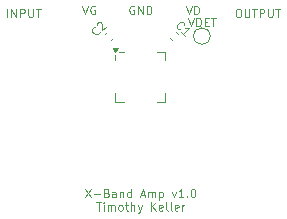
<source format=gbr>
%TF.GenerationSoftware,KiCad,Pcbnew,8.0.0*%
%TF.CreationDate,2024-06-16T14:01:43-04:00*%
%TF.ProjectId,X-Band Amplifier,582d4261-6e64-4204-916d-706c69666965,v1.0*%
%TF.SameCoordinates,Original*%
%TF.FileFunction,Legend,Top*%
%TF.FilePolarity,Positive*%
%FSLAX46Y46*%
G04 Gerber Fmt 4.6, Leading zero omitted, Abs format (unit mm)*
G04 Created by KiCad (PCBNEW 8.0.0) date 2024-06-16 14:01:43*
%MOMM*%
%LPD*%
G01*
G04 APERTURE LIST*
%ADD10C,0.100000*%
%ADD11C,0.080000*%
%ADD12C,0.087500*%
%ADD13C,0.120000*%
G04 APERTURE END LIST*
D10*
X147922668Y-57756133D02*
X148056001Y-57756133D01*
X148056001Y-57756133D02*
X148122668Y-57789466D01*
X148122668Y-57789466D02*
X148189334Y-57856133D01*
X148189334Y-57856133D02*
X148222668Y-57989466D01*
X148222668Y-57989466D02*
X148222668Y-58222800D01*
X148222668Y-58222800D02*
X148189334Y-58356133D01*
X148189334Y-58356133D02*
X148122668Y-58422800D01*
X148122668Y-58422800D02*
X148056001Y-58456133D01*
X148056001Y-58456133D02*
X147922668Y-58456133D01*
X147922668Y-58456133D02*
X147856001Y-58422800D01*
X147856001Y-58422800D02*
X147789334Y-58356133D01*
X147789334Y-58356133D02*
X147756001Y-58222800D01*
X147756001Y-58222800D02*
X147756001Y-57989466D01*
X147756001Y-57989466D02*
X147789334Y-57856133D01*
X147789334Y-57856133D02*
X147856001Y-57789466D01*
X147856001Y-57789466D02*
X147922668Y-57756133D01*
X148522667Y-57756133D02*
X148522667Y-58322800D01*
X148522667Y-58322800D02*
X148556001Y-58389466D01*
X148556001Y-58389466D02*
X148589334Y-58422800D01*
X148589334Y-58422800D02*
X148656001Y-58456133D01*
X148656001Y-58456133D02*
X148789334Y-58456133D01*
X148789334Y-58456133D02*
X148856001Y-58422800D01*
X148856001Y-58422800D02*
X148889334Y-58389466D01*
X148889334Y-58389466D02*
X148922667Y-58322800D01*
X148922667Y-58322800D02*
X148922667Y-57756133D01*
X149156000Y-57756133D02*
X149556000Y-57756133D01*
X149356000Y-58456133D02*
X149356000Y-57756133D01*
X149789333Y-58456133D02*
X149789333Y-57756133D01*
X149789333Y-57756133D02*
X150056000Y-57756133D01*
X150056000Y-57756133D02*
X150122667Y-57789466D01*
X150122667Y-57789466D02*
X150156000Y-57822800D01*
X150156000Y-57822800D02*
X150189333Y-57889466D01*
X150189333Y-57889466D02*
X150189333Y-57989466D01*
X150189333Y-57989466D02*
X150156000Y-58056133D01*
X150156000Y-58056133D02*
X150122667Y-58089466D01*
X150122667Y-58089466D02*
X150056000Y-58122800D01*
X150056000Y-58122800D02*
X149789333Y-58122800D01*
X150489333Y-57756133D02*
X150489333Y-58322800D01*
X150489333Y-58322800D02*
X150522667Y-58389466D01*
X150522667Y-58389466D02*
X150556000Y-58422800D01*
X150556000Y-58422800D02*
X150622667Y-58456133D01*
X150622667Y-58456133D02*
X150756000Y-58456133D01*
X150756000Y-58456133D02*
X150822667Y-58422800D01*
X150822667Y-58422800D02*
X150856000Y-58389466D01*
X150856000Y-58389466D02*
X150889333Y-58322800D01*
X150889333Y-58322800D02*
X150889333Y-57756133D01*
X151122666Y-57756133D02*
X151522666Y-57756133D01*
X151322666Y-58456133D02*
X151322666Y-57756133D01*
X128444000Y-58456133D02*
X128444000Y-57756133D01*
X128777333Y-58456133D02*
X128777333Y-57756133D01*
X128777333Y-57756133D02*
X129177333Y-58456133D01*
X129177333Y-58456133D02*
X129177333Y-57756133D01*
X129510666Y-58456133D02*
X129510666Y-57756133D01*
X129510666Y-57756133D02*
X129777333Y-57756133D01*
X129777333Y-57756133D02*
X129844000Y-57789466D01*
X129844000Y-57789466D02*
X129877333Y-57822800D01*
X129877333Y-57822800D02*
X129910666Y-57889466D01*
X129910666Y-57889466D02*
X129910666Y-57989466D01*
X129910666Y-57989466D02*
X129877333Y-58056133D01*
X129877333Y-58056133D02*
X129844000Y-58089466D01*
X129844000Y-58089466D02*
X129777333Y-58122800D01*
X129777333Y-58122800D02*
X129510666Y-58122800D01*
X130210666Y-57756133D02*
X130210666Y-58322800D01*
X130210666Y-58322800D02*
X130244000Y-58389466D01*
X130244000Y-58389466D02*
X130277333Y-58422800D01*
X130277333Y-58422800D02*
X130344000Y-58456133D01*
X130344000Y-58456133D02*
X130477333Y-58456133D01*
X130477333Y-58456133D02*
X130544000Y-58422800D01*
X130544000Y-58422800D02*
X130577333Y-58389466D01*
X130577333Y-58389466D02*
X130610666Y-58322800D01*
X130610666Y-58322800D02*
X130610666Y-57756133D01*
X130843999Y-57756133D02*
X131243999Y-57756133D01*
X131043999Y-58456133D02*
X131043999Y-57756133D01*
X139166667Y-57535466D02*
X139100000Y-57502133D01*
X139100000Y-57502133D02*
X139000000Y-57502133D01*
X139000000Y-57502133D02*
X138900000Y-57535466D01*
X138900000Y-57535466D02*
X138833334Y-57602133D01*
X138833334Y-57602133D02*
X138800000Y-57668800D01*
X138800000Y-57668800D02*
X138766667Y-57802133D01*
X138766667Y-57802133D02*
X138766667Y-57902133D01*
X138766667Y-57902133D02*
X138800000Y-58035466D01*
X138800000Y-58035466D02*
X138833334Y-58102133D01*
X138833334Y-58102133D02*
X138900000Y-58168800D01*
X138900000Y-58168800D02*
X139000000Y-58202133D01*
X139000000Y-58202133D02*
X139066667Y-58202133D01*
X139066667Y-58202133D02*
X139166667Y-58168800D01*
X139166667Y-58168800D02*
X139200000Y-58135466D01*
X139200000Y-58135466D02*
X139200000Y-57902133D01*
X139200000Y-57902133D02*
X139066667Y-57902133D01*
X139500000Y-58202133D02*
X139500000Y-57502133D01*
X139500000Y-57502133D02*
X139900000Y-58202133D01*
X139900000Y-58202133D02*
X139900000Y-57502133D01*
X140233333Y-58202133D02*
X140233333Y-57502133D01*
X140233333Y-57502133D02*
X140400000Y-57502133D01*
X140400000Y-57502133D02*
X140500000Y-57535466D01*
X140500000Y-57535466D02*
X140566667Y-57602133D01*
X140566667Y-57602133D02*
X140600000Y-57668800D01*
X140600000Y-57668800D02*
X140633333Y-57802133D01*
X140633333Y-57802133D02*
X140633333Y-57902133D01*
X140633333Y-57902133D02*
X140600000Y-58035466D01*
X140600000Y-58035466D02*
X140566667Y-58102133D01*
X140566667Y-58102133D02*
X140500000Y-58168800D01*
X140500000Y-58168800D02*
X140400000Y-58202133D01*
X140400000Y-58202133D02*
X140233333Y-58202133D01*
D11*
X135016668Y-73013212D02*
X135483334Y-73713212D01*
X135483334Y-73013212D02*
X135016668Y-73713212D01*
X135750001Y-73446545D02*
X136283335Y-73446545D01*
X136850002Y-73346545D02*
X136950002Y-73379879D01*
X136950002Y-73379879D02*
X136983335Y-73413212D01*
X136983335Y-73413212D02*
X137016668Y-73479879D01*
X137016668Y-73479879D02*
X137016668Y-73579879D01*
X137016668Y-73579879D02*
X136983335Y-73646545D01*
X136983335Y-73646545D02*
X136950002Y-73679879D01*
X136950002Y-73679879D02*
X136883335Y-73713212D01*
X136883335Y-73713212D02*
X136616668Y-73713212D01*
X136616668Y-73713212D02*
X136616668Y-73013212D01*
X136616668Y-73013212D02*
X136850002Y-73013212D01*
X136850002Y-73013212D02*
X136916668Y-73046545D01*
X136916668Y-73046545D02*
X136950002Y-73079879D01*
X136950002Y-73079879D02*
X136983335Y-73146545D01*
X136983335Y-73146545D02*
X136983335Y-73213212D01*
X136983335Y-73213212D02*
X136950002Y-73279879D01*
X136950002Y-73279879D02*
X136916668Y-73313212D01*
X136916668Y-73313212D02*
X136850002Y-73346545D01*
X136850002Y-73346545D02*
X136616668Y-73346545D01*
X137616668Y-73713212D02*
X137616668Y-73346545D01*
X137616668Y-73346545D02*
X137583335Y-73279879D01*
X137583335Y-73279879D02*
X137516668Y-73246545D01*
X137516668Y-73246545D02*
X137383335Y-73246545D01*
X137383335Y-73246545D02*
X137316668Y-73279879D01*
X137616668Y-73679879D02*
X137550002Y-73713212D01*
X137550002Y-73713212D02*
X137383335Y-73713212D01*
X137383335Y-73713212D02*
X137316668Y-73679879D01*
X137316668Y-73679879D02*
X137283335Y-73613212D01*
X137283335Y-73613212D02*
X137283335Y-73546545D01*
X137283335Y-73546545D02*
X137316668Y-73479879D01*
X137316668Y-73479879D02*
X137383335Y-73446545D01*
X137383335Y-73446545D02*
X137550002Y-73446545D01*
X137550002Y-73446545D02*
X137616668Y-73413212D01*
X137950001Y-73246545D02*
X137950001Y-73713212D01*
X137950001Y-73313212D02*
X137983335Y-73279879D01*
X137983335Y-73279879D02*
X138050001Y-73246545D01*
X138050001Y-73246545D02*
X138150001Y-73246545D01*
X138150001Y-73246545D02*
X138216668Y-73279879D01*
X138216668Y-73279879D02*
X138250001Y-73346545D01*
X138250001Y-73346545D02*
X138250001Y-73713212D01*
X138883334Y-73713212D02*
X138883334Y-73013212D01*
X138883334Y-73679879D02*
X138816668Y-73713212D01*
X138816668Y-73713212D02*
X138683334Y-73713212D01*
X138683334Y-73713212D02*
X138616668Y-73679879D01*
X138616668Y-73679879D02*
X138583334Y-73646545D01*
X138583334Y-73646545D02*
X138550001Y-73579879D01*
X138550001Y-73579879D02*
X138550001Y-73379879D01*
X138550001Y-73379879D02*
X138583334Y-73313212D01*
X138583334Y-73313212D02*
X138616668Y-73279879D01*
X138616668Y-73279879D02*
X138683334Y-73246545D01*
X138683334Y-73246545D02*
X138816668Y-73246545D01*
X138816668Y-73246545D02*
X138883334Y-73279879D01*
X139716667Y-73513212D02*
X140050000Y-73513212D01*
X139650000Y-73713212D02*
X139883334Y-73013212D01*
X139883334Y-73013212D02*
X140116667Y-73713212D01*
X140350000Y-73713212D02*
X140350000Y-73246545D01*
X140350000Y-73313212D02*
X140383334Y-73279879D01*
X140383334Y-73279879D02*
X140450000Y-73246545D01*
X140450000Y-73246545D02*
X140550000Y-73246545D01*
X140550000Y-73246545D02*
X140616667Y-73279879D01*
X140616667Y-73279879D02*
X140650000Y-73346545D01*
X140650000Y-73346545D02*
X140650000Y-73713212D01*
X140650000Y-73346545D02*
X140683334Y-73279879D01*
X140683334Y-73279879D02*
X140750000Y-73246545D01*
X140750000Y-73246545D02*
X140850000Y-73246545D01*
X140850000Y-73246545D02*
X140916667Y-73279879D01*
X140916667Y-73279879D02*
X140950000Y-73346545D01*
X140950000Y-73346545D02*
X140950000Y-73713212D01*
X141283333Y-73246545D02*
X141283333Y-73946545D01*
X141283333Y-73279879D02*
X141350000Y-73246545D01*
X141350000Y-73246545D02*
X141483333Y-73246545D01*
X141483333Y-73246545D02*
X141550000Y-73279879D01*
X141550000Y-73279879D02*
X141583333Y-73313212D01*
X141583333Y-73313212D02*
X141616667Y-73379879D01*
X141616667Y-73379879D02*
X141616667Y-73579879D01*
X141616667Y-73579879D02*
X141583333Y-73646545D01*
X141583333Y-73646545D02*
X141550000Y-73679879D01*
X141550000Y-73679879D02*
X141483333Y-73713212D01*
X141483333Y-73713212D02*
X141350000Y-73713212D01*
X141350000Y-73713212D02*
X141283333Y-73679879D01*
X142383333Y-73246545D02*
X142549999Y-73713212D01*
X142549999Y-73713212D02*
X142716666Y-73246545D01*
X143349999Y-73713212D02*
X142949999Y-73713212D01*
X143149999Y-73713212D02*
X143149999Y-73013212D01*
X143149999Y-73013212D02*
X143083332Y-73113212D01*
X143083332Y-73113212D02*
X143016666Y-73179879D01*
X143016666Y-73179879D02*
X142949999Y-73213212D01*
X143649999Y-73646545D02*
X143683333Y-73679879D01*
X143683333Y-73679879D02*
X143649999Y-73713212D01*
X143649999Y-73713212D02*
X143616666Y-73679879D01*
X143616666Y-73679879D02*
X143649999Y-73646545D01*
X143649999Y-73646545D02*
X143649999Y-73713212D01*
X144116666Y-73013212D02*
X144183332Y-73013212D01*
X144183332Y-73013212D02*
X144249999Y-73046545D01*
X144249999Y-73046545D02*
X144283332Y-73079879D01*
X144283332Y-73079879D02*
X144316666Y-73146545D01*
X144316666Y-73146545D02*
X144349999Y-73279879D01*
X144349999Y-73279879D02*
X144349999Y-73446545D01*
X144349999Y-73446545D02*
X144316666Y-73579879D01*
X144316666Y-73579879D02*
X144283332Y-73646545D01*
X144283332Y-73646545D02*
X144249999Y-73679879D01*
X144249999Y-73679879D02*
X144183332Y-73713212D01*
X144183332Y-73713212D02*
X144116666Y-73713212D01*
X144116666Y-73713212D02*
X144049999Y-73679879D01*
X144049999Y-73679879D02*
X144016666Y-73646545D01*
X144016666Y-73646545D02*
X143983332Y-73579879D01*
X143983332Y-73579879D02*
X143949999Y-73446545D01*
X143949999Y-73446545D02*
X143949999Y-73279879D01*
X143949999Y-73279879D02*
X143983332Y-73146545D01*
X143983332Y-73146545D02*
X144016666Y-73079879D01*
X144016666Y-73079879D02*
X144049999Y-73046545D01*
X144049999Y-73046545D02*
X144116666Y-73013212D01*
X135966667Y-74140173D02*
X136366667Y-74140173D01*
X136166667Y-74840173D02*
X136166667Y-74140173D01*
X136600000Y-74840173D02*
X136600000Y-74373506D01*
X136600000Y-74140173D02*
X136566667Y-74173506D01*
X136566667Y-74173506D02*
X136600000Y-74206840D01*
X136600000Y-74206840D02*
X136633334Y-74173506D01*
X136633334Y-74173506D02*
X136600000Y-74140173D01*
X136600000Y-74140173D02*
X136600000Y-74206840D01*
X136933333Y-74840173D02*
X136933333Y-74373506D01*
X136933333Y-74440173D02*
X136966667Y-74406840D01*
X136966667Y-74406840D02*
X137033333Y-74373506D01*
X137033333Y-74373506D02*
X137133333Y-74373506D01*
X137133333Y-74373506D02*
X137200000Y-74406840D01*
X137200000Y-74406840D02*
X137233333Y-74473506D01*
X137233333Y-74473506D02*
X137233333Y-74840173D01*
X137233333Y-74473506D02*
X137266667Y-74406840D01*
X137266667Y-74406840D02*
X137333333Y-74373506D01*
X137333333Y-74373506D02*
X137433333Y-74373506D01*
X137433333Y-74373506D02*
X137500000Y-74406840D01*
X137500000Y-74406840D02*
X137533333Y-74473506D01*
X137533333Y-74473506D02*
X137533333Y-74840173D01*
X137966666Y-74840173D02*
X137900000Y-74806840D01*
X137900000Y-74806840D02*
X137866666Y-74773506D01*
X137866666Y-74773506D02*
X137833333Y-74706840D01*
X137833333Y-74706840D02*
X137833333Y-74506840D01*
X137833333Y-74506840D02*
X137866666Y-74440173D01*
X137866666Y-74440173D02*
X137900000Y-74406840D01*
X137900000Y-74406840D02*
X137966666Y-74373506D01*
X137966666Y-74373506D02*
X138066666Y-74373506D01*
X138066666Y-74373506D02*
X138133333Y-74406840D01*
X138133333Y-74406840D02*
X138166666Y-74440173D01*
X138166666Y-74440173D02*
X138200000Y-74506840D01*
X138200000Y-74506840D02*
X138200000Y-74706840D01*
X138200000Y-74706840D02*
X138166666Y-74773506D01*
X138166666Y-74773506D02*
X138133333Y-74806840D01*
X138133333Y-74806840D02*
X138066666Y-74840173D01*
X138066666Y-74840173D02*
X137966666Y-74840173D01*
X138399999Y-74373506D02*
X138666666Y-74373506D01*
X138499999Y-74140173D02*
X138499999Y-74740173D01*
X138499999Y-74740173D02*
X138533333Y-74806840D01*
X138533333Y-74806840D02*
X138599999Y-74840173D01*
X138599999Y-74840173D02*
X138666666Y-74840173D01*
X138899999Y-74840173D02*
X138899999Y-74140173D01*
X139199999Y-74840173D02*
X139199999Y-74473506D01*
X139199999Y-74473506D02*
X139166666Y-74406840D01*
X139166666Y-74406840D02*
X139099999Y-74373506D01*
X139099999Y-74373506D02*
X138999999Y-74373506D01*
X138999999Y-74373506D02*
X138933333Y-74406840D01*
X138933333Y-74406840D02*
X138899999Y-74440173D01*
X139466666Y-74373506D02*
X139633332Y-74840173D01*
X139799999Y-74373506D02*
X139633332Y-74840173D01*
X139633332Y-74840173D02*
X139566666Y-75006840D01*
X139566666Y-75006840D02*
X139533332Y-75040173D01*
X139533332Y-75040173D02*
X139466666Y-75073506D01*
X140599998Y-74840173D02*
X140599998Y-74140173D01*
X140999998Y-74840173D02*
X140699998Y-74440173D01*
X140999998Y-74140173D02*
X140599998Y-74540173D01*
X141566665Y-74806840D02*
X141499998Y-74840173D01*
X141499998Y-74840173D02*
X141366665Y-74840173D01*
X141366665Y-74840173D02*
X141299998Y-74806840D01*
X141299998Y-74806840D02*
X141266665Y-74740173D01*
X141266665Y-74740173D02*
X141266665Y-74473506D01*
X141266665Y-74473506D02*
X141299998Y-74406840D01*
X141299998Y-74406840D02*
X141366665Y-74373506D01*
X141366665Y-74373506D02*
X141499998Y-74373506D01*
X141499998Y-74373506D02*
X141566665Y-74406840D01*
X141566665Y-74406840D02*
X141599998Y-74473506D01*
X141599998Y-74473506D02*
X141599998Y-74540173D01*
X141599998Y-74540173D02*
X141266665Y-74606840D01*
X141999998Y-74840173D02*
X141933332Y-74806840D01*
X141933332Y-74806840D02*
X141899998Y-74740173D01*
X141899998Y-74740173D02*
X141899998Y-74140173D01*
X142366665Y-74840173D02*
X142299999Y-74806840D01*
X142299999Y-74806840D02*
X142266665Y-74740173D01*
X142266665Y-74740173D02*
X142266665Y-74140173D01*
X142899999Y-74806840D02*
X142833332Y-74840173D01*
X142833332Y-74840173D02*
X142699999Y-74840173D01*
X142699999Y-74840173D02*
X142633332Y-74806840D01*
X142633332Y-74806840D02*
X142599999Y-74740173D01*
X142599999Y-74740173D02*
X142599999Y-74473506D01*
X142599999Y-74473506D02*
X142633332Y-74406840D01*
X142633332Y-74406840D02*
X142699999Y-74373506D01*
X142699999Y-74373506D02*
X142833332Y-74373506D01*
X142833332Y-74373506D02*
X142899999Y-74406840D01*
X142899999Y-74406840D02*
X142933332Y-74473506D01*
X142933332Y-74473506D02*
X142933332Y-74540173D01*
X142933332Y-74540173D02*
X142599999Y-74606840D01*
X143233332Y-74840173D02*
X143233332Y-74373506D01*
X143233332Y-74506840D02*
X143266666Y-74440173D01*
X143266666Y-74440173D02*
X143299999Y-74406840D01*
X143299999Y-74406840D02*
X143366666Y-74373506D01*
X143366666Y-74373506D02*
X143433332Y-74373506D01*
D10*
X143561666Y-57502133D02*
X143795000Y-58202133D01*
X143795000Y-58202133D02*
X144028333Y-57502133D01*
X144261666Y-58202133D02*
X144261666Y-57502133D01*
X144261666Y-57502133D02*
X144428333Y-57502133D01*
X144428333Y-57502133D02*
X144528333Y-57535466D01*
X144528333Y-57535466D02*
X144595000Y-57602133D01*
X144595000Y-57602133D02*
X144628333Y-57668800D01*
X144628333Y-57668800D02*
X144661666Y-57802133D01*
X144661666Y-57802133D02*
X144661666Y-57902133D01*
X144661666Y-57902133D02*
X144628333Y-58035466D01*
X144628333Y-58035466D02*
X144595000Y-58102133D01*
X144595000Y-58102133D02*
X144528333Y-58168800D01*
X144528333Y-58168800D02*
X144428333Y-58202133D01*
X144428333Y-58202133D02*
X144261666Y-58202133D01*
D12*
X143740333Y-58518783D02*
X143973667Y-59218783D01*
X143973667Y-59218783D02*
X144207000Y-58518783D01*
X144440333Y-59218783D02*
X144440333Y-58518783D01*
X144440333Y-58518783D02*
X144607000Y-58518783D01*
X144607000Y-58518783D02*
X144707000Y-58552116D01*
X144707000Y-58552116D02*
X144773667Y-58618783D01*
X144773667Y-58618783D02*
X144807000Y-58685450D01*
X144807000Y-58685450D02*
X144840333Y-58818783D01*
X144840333Y-58818783D02*
X144840333Y-58918783D01*
X144840333Y-58918783D02*
X144807000Y-59052116D01*
X144807000Y-59052116D02*
X144773667Y-59118783D01*
X144773667Y-59118783D02*
X144707000Y-59185450D01*
X144707000Y-59185450D02*
X144607000Y-59218783D01*
X144607000Y-59218783D02*
X144440333Y-59218783D01*
X145140333Y-58852116D02*
X145373667Y-58852116D01*
X145473667Y-59218783D02*
X145140333Y-59218783D01*
X145140333Y-59218783D02*
X145140333Y-58518783D01*
X145140333Y-58518783D02*
X145473667Y-58518783D01*
X145673666Y-58518783D02*
X146073666Y-58518783D01*
X145873666Y-59218783D02*
X145873666Y-58518783D01*
D10*
X134798666Y-57502133D02*
X135032000Y-58202133D01*
X135032000Y-58202133D02*
X135265333Y-57502133D01*
X135865333Y-57535466D02*
X135798666Y-57502133D01*
X135798666Y-57502133D02*
X135698666Y-57502133D01*
X135698666Y-57502133D02*
X135598666Y-57535466D01*
X135598666Y-57535466D02*
X135532000Y-57602133D01*
X135532000Y-57602133D02*
X135498666Y-57668800D01*
X135498666Y-57668800D02*
X135465333Y-57802133D01*
X135465333Y-57802133D02*
X135465333Y-57902133D01*
X135465333Y-57902133D02*
X135498666Y-58035466D01*
X135498666Y-58035466D02*
X135532000Y-58102133D01*
X135532000Y-58102133D02*
X135598666Y-58168800D01*
X135598666Y-58168800D02*
X135698666Y-58202133D01*
X135698666Y-58202133D02*
X135765333Y-58202133D01*
X135765333Y-58202133D02*
X135865333Y-58168800D01*
X135865333Y-58168800D02*
X135898666Y-58135466D01*
X135898666Y-58135466D02*
X135898666Y-57902133D01*
X135898666Y-57902133D02*
X135765333Y-57902133D01*
X136239671Y-59696662D02*
X136239671Y-59743803D01*
X136239671Y-59743803D02*
X136192531Y-59838084D01*
X136192531Y-59838084D02*
X136145390Y-59885224D01*
X136145390Y-59885224D02*
X136051109Y-59932365D01*
X136051109Y-59932365D02*
X135956829Y-59932365D01*
X135956829Y-59932365D02*
X135886118Y-59908794D01*
X135886118Y-59908794D02*
X135768267Y-59838084D01*
X135768267Y-59838084D02*
X135697556Y-59767373D01*
X135697556Y-59767373D02*
X135626845Y-59649522D01*
X135626845Y-59649522D02*
X135603275Y-59578811D01*
X135603275Y-59578811D02*
X135603275Y-59484530D01*
X135603275Y-59484530D02*
X135650416Y-59390249D01*
X135650416Y-59390249D02*
X135697556Y-59343109D01*
X135697556Y-59343109D02*
X135791837Y-59295969D01*
X135791837Y-59295969D02*
X135838977Y-59295969D01*
X136027539Y-59107407D02*
X136027539Y-59060266D01*
X136027539Y-59060266D02*
X136051109Y-58989556D01*
X136051109Y-58989556D02*
X136168961Y-58871704D01*
X136168961Y-58871704D02*
X136239671Y-58848134D01*
X136239671Y-58848134D02*
X136286812Y-58848134D01*
X136286812Y-58848134D02*
X136357522Y-58871704D01*
X136357522Y-58871704D02*
X136404663Y-58918845D01*
X136404663Y-58918845D02*
X136451803Y-59013126D01*
X136451803Y-59013126D02*
X136451803Y-59578811D01*
X136451803Y-59578811D02*
X136758216Y-59272398D01*
X143018137Y-59506271D02*
X142970996Y-59506271D01*
X142970996Y-59506271D02*
X142876715Y-59459131D01*
X142876715Y-59459131D02*
X142829575Y-59411990D01*
X142829575Y-59411990D02*
X142782434Y-59317709D01*
X142782434Y-59317709D02*
X142782434Y-59223429D01*
X142782434Y-59223429D02*
X142806005Y-59152718D01*
X142806005Y-59152718D02*
X142876715Y-59034867D01*
X142876715Y-59034867D02*
X142947426Y-58964156D01*
X142947426Y-58964156D02*
X143065277Y-58893445D01*
X143065277Y-58893445D02*
X143135988Y-58869875D01*
X143135988Y-58869875D02*
X143230269Y-58869875D01*
X143230269Y-58869875D02*
X143324550Y-58917016D01*
X143324550Y-58917016D02*
X143371690Y-58964156D01*
X143371690Y-58964156D02*
X143418830Y-59058437D01*
X143418830Y-59058437D02*
X143418830Y-59105577D01*
X143442401Y-60024816D02*
X143159558Y-59741974D01*
X143300979Y-59883395D02*
X143795954Y-59388420D01*
X143795954Y-59388420D02*
X143678103Y-59411990D01*
X143678103Y-59411990D02*
X143583822Y-59411990D01*
X143583822Y-59411990D02*
X143513111Y-59388420D01*
D13*
%TO.C,C2*%
X137211307Y-60401810D02*
X137363810Y-60249307D01*
X136702190Y-59892693D02*
X136854693Y-59740190D01*
%TO.C,C1*%
X142723107Y-59714790D02*
X142875610Y-59867293D01*
X142213990Y-60223907D02*
X142366493Y-60376410D01*
%TO.C,U1*%
X137590000Y-62115000D02*
X137590000Y-61630000D01*
X137590000Y-65610000D02*
X137590000Y-64885000D01*
X138315000Y-61390000D02*
X137890000Y-61390000D01*
X138315000Y-65610000D02*
X137590000Y-65610000D01*
X141085000Y-61390000D02*
X141810000Y-61390000D01*
X141085000Y-65610000D02*
X141810000Y-65610000D01*
X141810000Y-61390000D02*
X141810000Y-62115000D01*
X141810000Y-65610000D02*
X141810000Y-64885000D01*
X137590000Y-61390000D02*
X137350000Y-61060000D01*
X137830000Y-61060000D01*
X137590000Y-61390000D01*
G36*
X137590000Y-61390000D02*
G01*
X137350000Y-61060000D01*
X137830000Y-61060000D01*
X137590000Y-61390000D01*
G37*
%TO.C,TP1*%
X145607000Y-60071000D02*
G75*
G02*
X144207000Y-60071000I-700000J0D01*
G01*
X144207000Y-60071000D02*
G75*
G02*
X145607000Y-60071000I700000J0D01*
G01*
%TD*%
M02*

</source>
